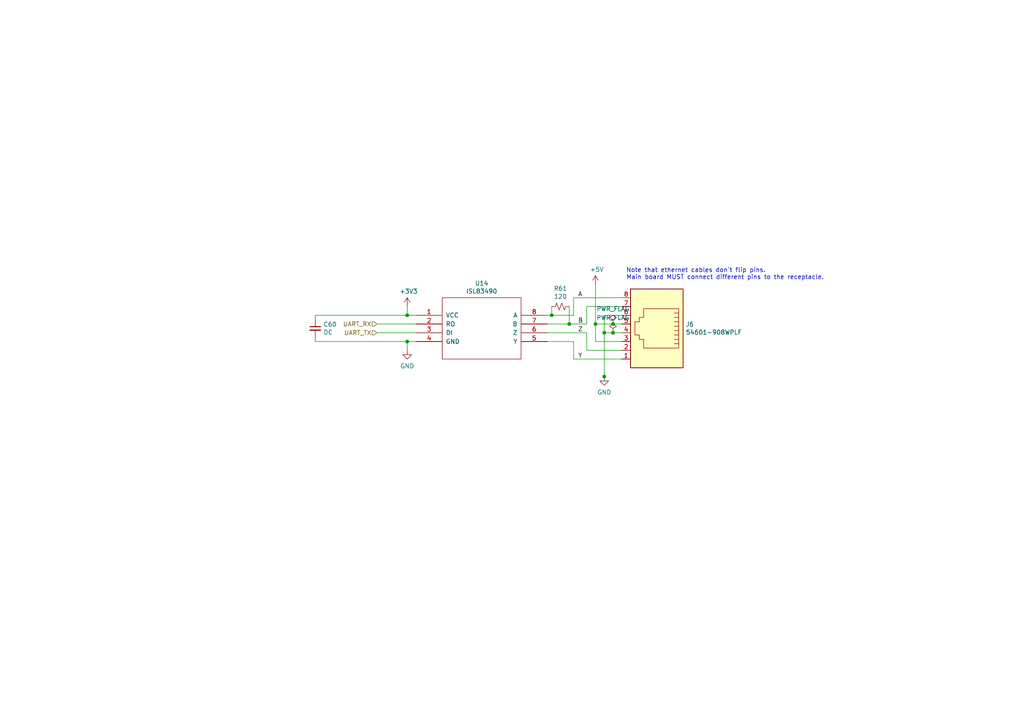
<source format=kicad_sch>
(kicad_sch (version 20211123) (generator eeschema)
  (paper "A4")
  (lib_symbols
    (symbol "Connector:8P8C" (pin_names (offset 1.016))
      (property "Reference" "J" (at -5.08 13.97 0))
      (property "Value" "8P8C" (at 2.54 13.97 0))
      (symbol "8P8C_0_1"
        (polyline (pts (xy -5.08 4.445) (xy -6.35 4.445)))
        (polyline (pts (xy -5.08 5.715) (xy -6.35 5.715)))
        (polyline (pts (xy -6.35 -3.175) (xy -5.08 -3.175) (xy -5.08 -3.175)))
        (polyline (pts (xy -6.35 -1.905) (xy -5.08 -1.905) (xy -5.08 -1.905)))
        (polyline (pts (xy -6.35 -0.635) (xy -5.08 -0.635) (xy -5.08 -0.635)))
        (polyline (pts (xy -6.35 0.635) (xy -5.08 0.635) (xy -5.08 0.635)))
        (polyline (pts (xy -6.35 1.905) (xy -5.08 1.905) (xy -5.08 1.905)))
        (polyline (pts (xy -5.08 3.175) (xy -6.35 3.175) (xy -6.35 3.175)))
        (polyline (pts (xy -6.35 -4.445) (xy -6.35 6.985) (xy 3.81 6.985) (xy 3.81 4.445) (xy 5.08 4.445) (xy 5.08 3.175) (xy 6.35 3.175) (xy 6.35 -0.635) (xy 5.08 -0.635) (xy 5.08 -1.905) (xy 3.81 -1.905) (xy 3.81 -4.445) (xy -6.35 -4.445) (xy -6.35 -4.445)))
        (rectangle (start 7.62 12.7) (end -7.62 -10.16) (stroke (width 0.254)) (fill (type background)))
      )
      (symbol "8P8C_1_1"
        (pin passive line (at 10.16 -7.62 180) (length 2.54) (name "~") (number "1"))
        (pin passive line (at 10.16 -5.08 180) (length 2.54) (name "~") (number "2"))
        (pin passive line (at 10.16 -2.54 180) (length 2.54) (name "~") (number "3"))
        (pin passive line (at 10.16 0 180) (length 2.54) (name "~") (number "4"))
        (pin passive line (at 10.16 2.54 180) (length 2.54) (name "~") (number "5"))
        (pin passive line (at 10.16 5.08 180) (length 2.54) (name "~") (number "6"))
        (pin passive line (at 10.16 7.62 180) (length 2.54) (name "~") (number "7"))
        (pin passive line (at 10.16 10.16 180) (length 2.54) (name "~") (number "8"))
      )
    )
    (symbol "Device:C_Small" (pin_numbers hide) (pin_names (offset 0.254) hide)
      (property "Reference" "C" (at 0.254 1.778 0))
      (property "Value" "C_Small" (at 0.254 -2.032 0))
      (symbol "C_Small_0_1"
        (polyline (pts (xy -1.524 -0.508) (xy 1.524 -0.508)) (stroke (width 0.3302)))
        (polyline (pts (xy -1.524 0.508) (xy 1.524 0.508)) (stroke (width 0.3048)))
      )
      (symbol "C_Small_1_1"
        (pin passive line (at 0 2.54 270) (length 2.032) (name "~") (number "1"))
        (pin passive line (at 0 -2.54 90) (length 2.032) (name "~") (number "2"))
      )
    )
    (symbol "Device:R_Small_US" (pin_numbers hide) (pin_names (offset 0.254) hide)
      (property "Reference" "R" (at 0.762 0.508 0))
      (property "Value" "R_Small_US" (at 0.762 -1.016 0))
      (symbol "R_Small_US_1_1"
        (polyline (pts (xy 0 0) (xy 1.016 -0.381) (xy 0 -0.762) (xy -1.016 -1.143) (xy 0 -1.524)))
        (polyline (pts (xy 0 1.524) (xy 1.016 1.143) (xy 0 0.762) (xy -1.016 0.381) (xy 0 0)))
        (pin passive line (at 0 2.54 270) (length 1.016) (name "~") (number "1"))
        (pin passive line (at 0 -2.54 90) (length 1.016) (name "~") (number "2"))
      )
    )
    (symbol "ISL83490:ISL83490" (pin_names (offset 1.016))
      (property "Reference" "U" (at 0 -2.54 0))
      (property "Value" "ISL83490" (at 0 2.54 0))
      (symbol "ISL83490_1_0"
        (rectangle (start -11.43 -8.89) (end 11.43 8.89))
      )
      (symbol "ISL83490_1_1"
        (pin power_in line (at -19.05 3.81 0) (length 7.62) (name "VCC") (number "1"))
        (pin output line (at -19.05 1.27 0) (length 7.62) (name "RO") (number "2"))
        (pin input line (at -19.05 -1.27 0) (length 7.62) (name "DI") (number "3"))
        (pin power_in line (at -19.05 -3.81 0) (length 7.62) (name "GND") (number "4"))
        (pin output line (at 19.05 -3.81 180) (length 7.62) (name "Y") (number "5"))
        (pin output line (at 19.05 -1.27 180) (length 7.62) (name "Z") (number "6"))
        (pin input line (at 19.05 1.27 180) (length 7.62) (name "B") (number "7"))
        (pin input line (at 19.05 3.81 180) (length 7.62) (name "A") (number "8"))
      )
    )
    (symbol "power:+3.3V" (power) (pin_names (offset 0))
      (property "Value" "+3.3V" (at 0 3.556 0))
      (symbol "+3.3V_0_1"
        (polyline (pts (xy -0.762 1.27) (xy 0 2.54)))
        (polyline (pts (xy 0 0) (xy 0 2.54)))
        (polyline (pts (xy 0 2.54) (xy 0.762 1.27)))
      )
      (symbol "+3.3V_1_1"
        (pin power_in line (at 0 0 90) (length 0) hide (name "+3V3") (number "1"))
      )
    )
    (symbol "power:+5V" (power) (pin_names (offset 0))
      (property "Value" "+5V" (at 0 3.556 0))
      (symbol "+5V_0_1"
        (polyline (pts (xy -0.762 1.27) (xy 0 2.54)))
        (polyline (pts (xy 0 0) (xy 0 2.54)))
        (polyline (pts (xy 0 2.54) (xy 0.762 1.27)))
      )
      (symbol "+5V_1_1"
        (pin power_in line (at 0 0 90) (length 0) hide (name "+5V") (number "1"))
      )
    )
    (symbol "power:GND" (power) (pin_names (offset 0))
      (property "Value" "GND" (at 0 -3.81 0))
      (symbol "GND_0_1"
        (polyline (pts (xy 0 0) (xy 0 -1.27) (xy 1.27 -1.27) (xy 0 -2.54) (xy -1.27 -1.27) (xy 0 -1.27)))
      )
      (symbol "GND_1_1"
        (pin power_in line (at 0 0 270) (length 0) hide (name "GND") (number "1"))
      )
    )
    (symbol "power:PWR_FLAG" (power) (pin_numbers hide) (pin_names (offset 0) hide)
      (property "Value" "PWR_FLAG" (at 0 3.81 0))
      (symbol "PWR_FLAG_0_0"
        (pin power_out line (at 0 0 90) (length 0) (name "pwr") (number "1"))
      )
      (symbol "PWR_FLAG_0_1"
        (polyline (pts (xy 0 0) (xy 0 1.27) (xy -1.016 1.905) (xy 0 2.54) (xy 1.016 1.905) (xy 0 1.27)))
      )
    )
  )
  (junction (at 118.11 99.06))
  (junction (at 160.02 91.44))
  (junction (at 165.1 93.98))
  (junction (at 118.11 91.44))
  (junction (at 175.26 96.52))
  (junction (at 175.26 109.22))
  (junction (at 177.8 93.98))
  (junction (at 172.72 93.98))
  (junction (at 177.8 96.52))
  (wire (pts (xy 118.11 88.9) (xy 118.11 91.44)))
  (wire (pts (xy 118.11 99.06) (xy 120.65 99.06)))
  (wire (pts (xy 118.11 91.44) (xy 91.44 91.44)))
  (wire (pts (xy 170.18 88.9) (xy 170.18 93.98)))
  (wire (pts (xy 175.26 96.52) (xy 175.26 109.22)))
  (wire (pts (xy 120.65 93.98) (xy 109.22 93.98)))
  (wire (pts (xy 166.37 104.14) (xy 180.34 104.14)))
  (wire (pts (xy 166.37 104.14) (xy 166.37 99.06)))
  (wire (pts (xy 160.02 88.9) (xy 160.02 91.44)))
  (wire (pts (xy 180.34 91.44) (xy 175.26 91.44)))
  (wire (pts (xy 175.26 91.44) (xy 175.26 96.52)))
  (wire (pts (xy 177.8 93.98) (xy 172.72 93.98)))
  (wire (pts (xy 91.44 91.44) (xy 91.44 92.71)))
  (wire (pts (xy 120.65 96.52) (xy 109.22 96.52)))
  (wire (pts (xy 118.11 99.06) (xy 91.44 99.06)))
  (wire (pts (xy 165.1 88.9) (xy 165.1 93.98)))
  (wire (pts (xy 166.37 86.36) (xy 166.37 91.44)))
  (wire (pts (xy 180.34 96.52) (xy 177.8 96.52)))
  (wire (pts (xy 177.8 96.52) (xy 175.26 96.52)))
  (wire (pts (xy 175.26 109.22) (xy 175.26 110.49)))
  (wire (pts (xy 158.75 96.52) (xy 170.18 96.52)))
  (wire (pts (xy 91.44 99.06) (xy 91.44 97.79)))
  (wire (pts (xy 180.34 93.98) (xy 177.8 93.98)))
  (wire (pts (xy 170.18 101.6) (xy 180.34 101.6)))
  (wire (pts (xy 170.18 93.98) (xy 165.1 93.98)))
  (wire (pts (xy 166.37 91.44) (xy 160.02 91.44)))
  (wire (pts (xy 172.72 99.06) (xy 180.34 99.06)))
  (wire (pts (xy 172.72 82.55) (xy 172.72 93.98)))
  (wire (pts (xy 160.02 91.44) (xy 158.75 91.44)))
  (wire (pts (xy 118.11 101.6) (xy 118.11 99.06)))
  (wire (pts (xy 170.18 101.6) (xy 170.18 96.52)))
  (wire (pts (xy 166.37 99.06) (xy 158.75 99.06)))
  (wire (pts (xy 172.72 93.98) (xy 172.72 99.06)))
  (wire (pts (xy 166.37 86.36) (xy 180.34 86.36)))
  (wire (pts (xy 170.18 88.9) (xy 180.34 88.9)))
  (wire (pts (xy 118.11 91.44) (xy 120.65 91.44)))
  (wire (pts (xy 165.1 93.98) (xy 158.75 93.98)))
  (text "Note that ethernet cables don't flip pins.\nMain board MUST connect different pins to the receptacle." (at 181.61 81.28 0) (effects (font (size 1.27 1.27)) (justify left bottom)))
  (label "Z" (at 167.64 96.52 0))
  (label "A" (at 167.64 86.36 0))
  (label "Y" (at 167.64 104.14 0))
  (label "B" (at 167.64 93.98 0))
  (hierarchical_label "UART_TX" (shape input) (at 109.22 96.52 180))
  (hierarchical_label "UART_RX" (shape input) (at 109.22 93.98 180))
  (symbol (lib_id "power:+5V") (at 172.72 82.55 0) (unit 1)
    (property "Reference" "#PWR0133" (effects hide))
    (property "Value" "+5V" (at 173.101 78.1558 0))
  )
  (symbol (lib_id "power:PWR_FLAG") (at 177.8 93.98 0) (unit 1)
    (property "Reference" "#FLG0101" (effects hide))
    (property "Value" "PWR_FLAG" (at 177.8 89.5858 0))
  )
  (symbol (lib_id "power:PWR_FLAG") (at 177.8 96.52 0) (unit 1)
    (property "Reference" "#FLG0102" (effects hide))
    (property "Value" "PWR_FLAG" (at 177.8 92.1258 0))
  )
  (symbol (lib_id "power:+3.3V") (at 118.11 88.9 0) (unit 1)
    (property "Reference" "#PWR0116" (effects hide))
    (property "Value" "+3.3V" (at 118.491 84.5058 0))
  )
  (symbol (lib_id "Connector:8P8C") (at 190.5 96.52 0) (mirror y) (unit 1)
    (property "Reference" "J6" (at 198.882 94.0816 0) (effects (justify right)))
    (property "Value" "54601-908WPLF" (at 198.882 96.393 0) (effects (justify right)))
    (property "Footprint" "Connectors:RJ45_8" (effects hide))
  )
  (symbol (lib_id "ISL83490:ISL83490") (at 139.7 95.25 0) (unit 1)
    (property "Reference" "U14" (at 139.7 82.169 0))
    (property "Value" "ISL83490" (at 139.7 84.4804 0))
    (property "Footprint" "Package_SO:SOP-8_3.9x4.9mm_P1.27mm" (effects hide))
    (property "Datasheet" "DOCUMENTATION" (effects hide))
  )
  (symbol (lib_id "Device:R_Small_US") (at 162.56 88.9 270) (unit 1)
    (property "Reference" "R61" (at 162.56 83.693 90))
    (property "Value" "120" (at 162.56 86.0044 90))
    (property "Footprint" "Resistor_SMD:R_0805_2012Metric" (effects hide))
  )
  (symbol (lib_id "Device:C_Small") (at 91.44 95.25 0) (unit 1)
    (property "Reference" "C60" (at 93.7768 94.0816 0) (effects (justify left)))
    (property "Value" "DC" (at 93.7768 96.393 0) (effects (justify left)))
    (property "Footprint" "Capacitor_SMD:C_0805_2012Metric" (effects hide))
  )
  (symbol (lib_id "power:GND") (at 175.26 109.22 0) (unit 1)
    (property "Reference" "#PWR0141" (effects hide))
    (property "Value" "GND" (at 175.26 113.7825 0))
  )
  (symbol (lib_id "power:GND") (at 118.11 101.6 0) (unit 1)
    (property "Reference" "#PWR0144" (effects hide))
    (property "Value" "GND" (at 118.11 106.1625 0))
  )
)
</source>
